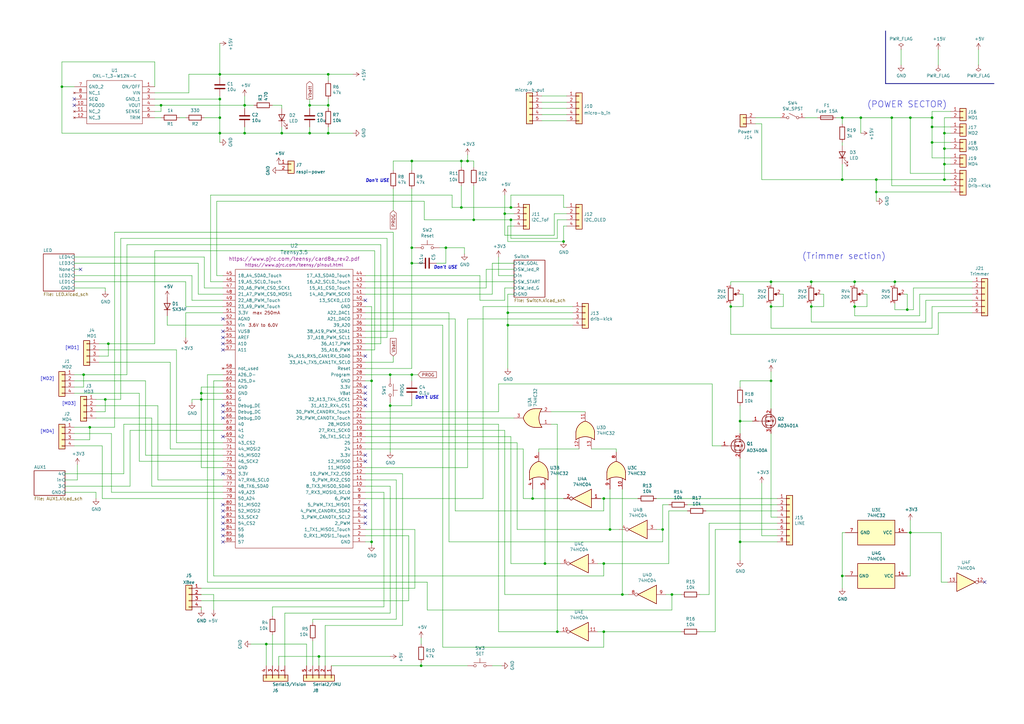
<source format=kicad_sch>
(kicad_sch (version 20211123) (generator eeschema)
  (paper "A3")
  (title_block (title "main board") (date "2022-01-02") (rev "V2.1") (company "Saeki.A"))
  (junction (at 90.17 40.64))
  (junction (at 332.74 125.73))
  (junction (at 43.18 163.83))
  (junction (at 228.6 259.08))
  (junction (at 271.78 217.17))
  (junction (at 372.11 127))
  (junction (at 209.55 90.17))
  (junction (at 359.41 78.74))
  (junction (at 250.19 217.17))
  (junction (at 209.55 85.09))
  (junction (at 387.35 54.61))
  (junction (at 172.72 273.05))
  (junction (at 168.91 107.95))
  (junction (at 82.55 161.29))
  (junction (at 82.55 163.83))
  (junction (at 387.35 67.31))
  (junction (at 168.91 66.04))
  (junction (at 66.04 43.18))
  (junction (at 275.59 243.84))
  (junction (at 247.65 259.08))
  (junction (at 247.65 231.14))
  (junction (at 134.62 54.61))
  (junction (at 299.72 125.73))
  (junction (at 134.62 43.18))
  (junction (at 134.62 30.48))
  (junction (at 152.4 222.25))
  (junction (at 353.06 48.26))
  (junction (at 191.77 66.04))
  (junction (at 303.53 222.25))
  (junction (at 373.38 48.26))
  (junction (at 208.28 133.35))
  (junction (at 332.74 115.57))
  (junction (at 359.41 73.66))
  (junction (at 207.01 87.63))
  (junction (at 115.57 54.61))
  (junction (at 208.28 128.27))
  (junction (at 100.33 54.61))
  (junction (at 255.27 243.84))
  (junction (at 218.44 204.47))
  (junction (at 345.44 236.22))
  (junction (at 373.38 218.44))
  (junction (at 303.53 172.72))
  (junction (at 365.76 48.26))
  (junction (at 316.23 115.57))
  (junction (at 130.81 269.24))
  (junction (at 247.65 204.47))
  (junction (at 231.14 99.06))
  (junction (at 168.91 153.67))
  (junction (at 223.52 231.14))
  (junction (at 387.35 60.96))
  (junction (at 316.23 156.21))
  (junction (at 160.02 153.67))
  (junction (at 34.29 153.67))
  (junction (at 382.27 52.07))
  (junction (at 109.22 264.16))
  (junction (at 44.45 140.97))
  (junction (at 168.91 101.6))
  (junction (at 100.33 43.18))
  (junction (at 367.03 115.57))
  (junction (at 189.23 66.04))
  (junction (at 90.17 30.48))
  (junction (at 350.52 115.57))
  (junction (at 189.23 85.09))
  (junction (at 194.31 90.17))
  (junction (at 152.4 156.21))
  (junction (at 382.27 58.42))
  (junction (at 387.35 73.66))
  (junction (at 127 54.61))
  (junction (at 160.02 166.37))
  (junction (at 90.17 54.61))
  (junction (at 316.23 125.73))
  (junction (at 345.44 73.66))
  (junction (at 382.27 48.26))
  (junction (at 25.4 35.56))
  (junction (at 350.52 125.73))
  (junction (at 345.44 48.26))
  (junction (at 90.17 48.26))
  (junction (at 36.83 175.26))
  (junction (at 182.88 101.6))
  (junction (at 127 43.18))
  (no_connect (at 30.48 40.64))
  (no_connect (at 149.86 158.75))
  (no_connect (at 91.44 212.09))
  (no_connect (at 91.44 166.37))
  (no_connect (at 91.44 140.97))
  (no_connect (at 91.44 209.55))
  (no_connect (at 403.86 238.76))
  (no_connect (at 149.86 207.01))
  (no_connect (at 149.86 163.83))
  (no_connect (at 91.44 171.45))
  (no_connect (at 91.44 214.63))
  (no_connect (at 149.86 123.19))
  (no_connect (at 91.44 222.25))
  (no_connect (at 149.86 166.37))
  (no_connect (at 91.44 207.01))
  (no_connect (at 91.44 138.43))
  (no_connect (at 91.44 130.81))
  (no_connect (at 149.86 161.29))
  (no_connect (at 149.86 146.05))
  (no_connect (at 33.02 110.49))
  (no_connect (at 149.86 186.69))
  (no_connect (at 91.44 217.17))
  (no_connect (at 149.86 189.23))
  (no_connect (at 91.44 168.91))
  (no_connect (at 91.44 135.89))
  (no_connect (at 149.86 212.09))
  (no_connect (at 149.86 214.63))
  (no_connect (at 91.44 179.07))
  (no_connect (at 91.44 194.31))
  (no_connect (at 91.44 143.51))
  (no_connect (at 91.44 219.71))
  (no_connect (at 30.48 43.18))
  (no_connect (at 149.86 209.55))
  (wire (pts (xy 254 217.17) (xy 250.19 217.17)))
  (wire (pts (xy 189.23 68.58) (xy 189.23 66.04)))
  (wire (pts (xy 25.4 35.56) (xy 25.4 54.61)))
  (wire (pts (xy 209.55 97.79) (xy 228.6 97.79)))
  (wire (pts (xy 149.86 115.57) (xy 210.82 115.57)))
  (wire (pts (xy 88.9 113.03) (xy 91.44 113.03)))
  (wire (pts (xy 30.48 115.57) (xy 76.2 115.57)))
  (wire (pts (xy 312.42 198.12) (xy 312.42 219.71)))
  (wire (pts (xy 398.78 118.11) (xy 374.65 118.11)))
  (wire (pts (xy 63.5 48.26) (xy 66.04 48.26)))
  (wire (pts (xy 43.18 163.83) (xy 49.53 163.83)))
  (wire (pts (xy 228.6 259.08) (xy 229.87 259.08)))
  (wire (pts (xy 242.57 184.15) (xy 252.73 184.15)))
  (wire (pts (xy 387.35 60.96) (xy 387.35 67.31)))
  (wire (pts (xy 172.72 271.78) (xy 172.72 273.05)))
  (wire (pts (xy 185.42 80.01) (xy 185.42 85.09)))
  (wire (pts (xy 355.6 120.65) (xy 355.6 125.73)))
  (wire (pts (xy 274.32 209.55) (xy 281.94 209.55)))
  (wire (pts (xy 81.28 107.95) (xy 81.28 120.65)))
  (wire (pts (xy 227.33 87.63) (xy 232.41 87.63)))
  (wire (pts (xy 161.29 95.25) (xy 161.29 135.89)))
  (wire (pts (xy 189.23 66.04) (xy 191.77 66.04)))
  (wire (pts (xy 82.55 163.83) (xy 78.74 163.83)))
  (wire (pts (xy 220.98 184.15) (xy 220.98 185.42)))
  (wire (pts (xy 309.88 50.8) (xy 312.42 50.8)))
  (wire (pts (xy 274.32 209.55) (xy 274.32 231.14)))
  (wire (pts (xy 207.01 118.11) (xy 210.82 118.11)))
  (wire (pts (xy 109.22 273.05) (xy 109.22 264.16)))
  (wire (pts (xy 134.62 30.48) (xy 144.78 30.48)))
  (wire (pts (xy 209.55 231.14) (xy 223.52 231.14)))
  (wire (pts (xy 149.86 181.61) (xy 212.09 181.61)))
  (wire (pts (xy 170.18 217.17) (xy 170.18 241.3)))
  (wire (pts (xy 40.64 140.97) (xy 44.45 140.97)))
  (wire (pts (xy 372.11 218.44) (xy 373.38 218.44)))
  (wire (pts (xy 53.34 176.53) (xy 53.34 199.39)))
  (wire (pts (xy 149.86 179.07) (xy 209.55 179.07)))
  (wire (pts (xy 321.31 120.65) (xy 321.31 125.73)))
  (wire (pts (xy 57.15 189.23) (xy 91.44 189.23)))
  (wire (pts (xy 345.44 73.66) (xy 359.41 73.66)))
  (wire (pts (xy 208.28 128.27) (xy 234.95 128.27)))
  (wire (pts (xy 78.74 163.83) (xy 78.74 165.1)))
  (wire (pts (xy 87.63 243.84) (xy 87.63 250.19)))
  (wire (pts (xy 160.02 251.46) (xy 160.02 199.39)))
  (wire (pts (xy 292.1 182.88) (xy 292.1 157.48)))
  (wire (pts (xy 196.85 113.03) (xy 196.85 123.19)))
  (wire (pts (xy 43.18 163.83) (xy 43.18 168.91)))
  (wire (pts (xy 198.12 204.47) (xy 198.12 125.73)))
  (wire (pts (xy 30.48 156.21) (xy 59.69 156.21)))
  (wire (pts (xy 172.72 273.05) (xy 191.77 273.05)))
  (wire (pts (xy 182.88 107.95) (xy 182.88 101.6)))
  (wire (pts (xy 207.01 123.19) (xy 207.01 118.11)))
  (wire (pts (xy 377.19 120.65) (xy 377.19 129.54)))
  (wire (pts (xy 149.86 168.91) (xy 204.47 168.91)))
  (wire (pts (xy 168.91 166.37) (xy 160.02 166.37)))
  (wire (pts (xy 212.09 181.61) (xy 212.09 217.17)))
  (wire (pts (xy 165.1 256.54) (xy 165.1 194.31)))
  (wire (pts (xy 160.02 153.67) (xy 168.91 153.67)))
  (wire (pts (xy 184.15 222.25) (xy 271.78 222.25)))
  (wire (pts (xy 346.71 236.22) (xy 345.44 236.22)))
  (wire (pts (xy 382.27 125.73) (xy 382.27 134.62)))
  (wire (pts (xy 86.36 115.57) (xy 91.44 115.57)))
  (wire (pts (xy 304.8 125.73) (xy 299.72 125.73)))
  (wire (pts (xy 82.55 191.77) (xy 91.44 191.77)))
  (wire (pts (xy 207.01 96.52) (xy 227.33 96.52)))
  (wire (pts (xy 350.52 129.54) (xy 350.52 125.73)))
  (wire (pts (xy 91.44 128.27) (xy 76.2 128.27)))
  (wire (pts (xy 382.27 52.07) (xy 382.27 58.42)))
  (wire (pts (xy 373.38 48.26) (xy 382.27 48.26)))
  (wire (pts (xy 168.91 153.67) (xy 168.91 156.21)))
  (wire (pts (xy 49.53 97.79) (xy 158.75 97.79)))
  (wire (pts (xy 26.67 196.85) (xy 31.75 196.85)))
  (wire (pts (xy 152.4 156.21) (xy 152.4 125.73)))
  (wire (pts (xy 365.76 48.26) (xy 373.38 48.26)))
  (wire (pts (xy 345.44 58.42) (xy 345.44 59.69)))
  (wire (pts (xy 149.86 118.11) (xy 199.39 118.11)))
  (wire (pts (xy 30.48 107.95) (xy 81.28 107.95)))
  (wire (pts (xy 345.44 236.22) (xy 345.44 241.3)))
  (wire (pts (xy 204.47 113.03) (xy 204.47 105.41)))
  (wire (pts (xy 182.88 101.6) (xy 190.5 101.6)))
  (wire (pts (xy 386.08 238.76) (xy 388.62 238.76)))
  (wire (pts (xy 250.19 200.66) (xy 250.19 217.17)))
  (wire (pts (xy 204.47 157.48) (xy 292.1 157.48)))
  (wire (pts (xy 312.42 50.8) (xy 312.42 73.66)))
  (wire (pts (xy 210.82 120.65) (xy 208.28 120.65)))
  (wire (pts (xy 387.35 73.66) (xy 389.89 73.66)))
  (wire (pts (xy 134.62 52.07) (xy 134.62 54.61)))
  (wire (pts (xy 90.17 48.26) (xy 90.17 54.61)))
  (wire (pts (xy 208.28 128.27) (xy 208.28 133.35)))
  (wire (pts (xy 134.62 30.48) (xy 134.62 33.02)))
  (wire (pts (xy 189.23 85.09) (xy 209.55 85.09)))
  (wire (pts (xy 90.17 54.61) (xy 100.33 54.61)))
  (wire (pts (xy 222.25 46.99) (xy 232.41 46.99)))
  (wire (pts (xy 214.63 184.15) (xy 214.63 204.47)))
  (wire (pts (xy 186.69 209.55) (xy 247.65 209.55)))
  (wire (pts (xy 387.35 67.31) (xy 389.89 67.31)))
  (wire (pts (xy 345.44 48.26) (xy 353.06 48.26)))
  (wire (pts (xy 40.64 146.05) (xy 44.45 146.05)))
  (wire (pts (xy 68.58 129.54) (xy 68.58 133.35)))
  (wire (pts (xy 63.5 102.87) (xy 63.5 140.97)))
  (wire (pts (xy 30.48 113.03) (xy 78.74 113.03)))
  (wire (pts (xy 191.77 63.5) (xy 191.77 66.04)))
  (wire (pts (xy 116.84 273.05) (xy 116.84 251.46)))
  (wire (pts (xy 173.99 90.17) (xy 194.31 90.17)))
  (wire (pts (xy 359.41 78.74) (xy 389.89 78.74)))
  (wire (pts (xy 30.48 175.26) (xy 36.83 175.26)))
  (wire (pts (xy 247.65 265.43) (xy 247.65 259.08)))
  (wire (pts (xy 295.91 182.88) (xy 292.1 182.88)))
  (wire (pts (xy 127 44.45) (xy 127 43.18)))
  (wire (pts (xy 184.15 128.27) (xy 184.15 222.25)))
  (wire (pts (xy 30.48 180.34) (xy 36.83 180.34)))
  (wire (pts (xy 87.63 236.22) (xy 247.65 236.22)))
  (wire (pts (xy 209.55 179.07) (xy 209.55 231.14)))
  (wire (pts (xy 44.45 140.97) (xy 44.45 146.05)))
  (wire (pts (xy 134.62 54.61) (xy 144.78 54.61)))
  (wire (pts (xy 91.44 161.29) (xy 82.55 161.29)))
  (wire (pts (xy 204.47 168.91) (xy 204.47 157.48)))
  (wire (pts (xy 111.76 43.18) (xy 115.57 43.18)))
  (wire (pts (xy 30.48 158.75) (xy 34.29 158.75)))
  (wire (pts (xy 382.27 134.62) (xy 316.23 134.62)))
  (wire (pts (xy 209.55 85.09) (xy 210.82 85.09)))
  (wire (pts (xy 316.23 177.8) (xy 316.23 212.09)))
  (wire (pts (xy 72.39 143.51) (xy 72.39 181.61)))
  (wire (pts (xy 367.03 115.57) (xy 367.03 116.84)))
  (wire (pts (xy 332.74 115.57) (xy 332.74 116.84)))
  (wire (pts (xy 68.58 133.35) (xy 91.44 133.35)))
  (wire (pts (xy 299.72 125.73) (xy 299.72 124.46)))
  (wire (pts (xy 90.17 39.37) (xy 90.17 40.64)))
  (wire (pts (xy 204.47 259.08) (xy 228.6 259.08)))
  (wire (pts (xy 372.11 120.65) (xy 370.84 120.65)))
  (wire (pts (xy 194.31 76.2) (xy 194.31 90.17)))
  (wire (pts (xy 345.44 218.44) (xy 345.44 236.22)))
  (wire (pts (xy 73.66 48.26) (xy 76.2 48.26)))
  (wire (pts (xy 247.65 204.47) (xy 261.62 204.47)))
  (wire (pts (xy 78.74 123.19) (xy 91.44 123.19)))
  (wire (pts (xy 111.76 248.92) (xy 157.48 248.92)))
  (wire (pts (xy 316.23 115.57) (xy 332.74 115.57)))
  (wire (pts (xy 269.24 204.47) (xy 318.77 204.47)))
  (wire (pts (xy 299.72 137.16) (xy 384.81 137.16)))
  (wire (pts (xy 275.59 250.19) (xy 275.59 243.84)))
  (wire (pts (xy 245.11 231.14) (xy 247.65 231.14)))
  (wire (pts (xy 30.48 35.56) (xy 25.4 35.56)))
  (wire (pts (xy 293.37 217.17) (xy 293.37 259.08)))
  (wire (pts (xy 168.91 101.6) (xy 168.91 107.95)))
  (wire (pts (xy 367.03 115.57) (xy 398.78 115.57)))
  (wire (pts (xy 209.55 90.17) (xy 209.55 97.79)))
  (wire (pts (xy 156.21 140.97) (xy 149.86 140.97)))
  (wire (pts (xy 389.89 48.26) (xy 387.35 48.26)))
  (wire (pts (xy 223.52 200.66) (xy 223.52 231.14)))
  (wire (pts (xy 30.48 161.29) (xy 57.15 161.29)))
  (wire (pts (xy 25.4 54.61) (xy 90.17 54.61)))
  (wire (pts (xy 255.27 200.66) (xy 255.27 243.84)))
  (wire (pts (xy 222.25 41.91) (xy 232.41 41.91)))
  (wire (pts (xy 81.28 120.65) (xy 91.44 120.65)))
  (wire (pts (xy 312.42 73.66) (xy 345.44 73.66)))
  (wire (pts (xy 201.93 273.05) (xy 205.74 273.05)))
  (wire (pts (xy 168.91 163.83) (xy 168.91 166.37)))
  (wire (pts (xy 50.8 173.99) (xy 50.8 194.31)))
  (wire (pts (xy 218.44 204.47) (xy 214.63 204.47)))
  (wire (pts (xy 175.26 238.76) (xy 175.26 250.19)))
  (wire (pts (xy 91.44 158.75) (xy 82.55 158.75)))
  (wire (pts (xy 332.74 132.08) (xy 332.74 125.73)))
  (wire (pts (xy 69.85 184.15) (xy 91.44 184.15)))
  (wire (pts (xy 52.07 100.33) (xy 156.21 100.33)))
  (wire (pts (xy 100.33 43.18) (xy 100.33 44.45)))
  (wire (pts (xy 194.31 66.04) (xy 194.31 68.58)))
  (wire (pts (xy 127 54.61) (xy 134.62 54.61)))
  (wire (pts (xy 168.91 69.85) (xy 168.91 66.04)))
  (wire (pts (xy 353.06 48.26) (xy 365.76 48.26)))
  (wire (pts (xy 318.77 214.63) (xy 290.83 214.63)))
  (wire (pts (xy 342.9 48.26) (xy 345.44 48.26)))
  (wire (pts (xy 39.37 163.83) (xy 43.18 163.83)))
  (wire (pts (xy 389.89 58.42) (xy 382.27 58.42)))
  (wire (pts (xy 41.91 204.47) (xy 91.44 204.47)))
  (wire (pts (xy 209.55 80.01) (xy 231.14 80.01)))
  (wire (pts (xy 160.02 153.67) (xy 160.02 154.94)))
  (wire (pts (xy 386.08 218.44) (xy 386.08 238.76)))
  (wire (pts (xy 181.61 133.35) (xy 181.61 265.43)))
  (wire (pts (xy 162.56 254) (xy 162.56 196.85)))
  (wire (pts (xy 88.9 82.55) (xy 88.9 113.03)))
  (wire (pts (xy 30.48 118.11) (xy 43.18 118.11)))
  (wire (pts (xy 382.27 64.77) (xy 382.27 58.42)))
  (wire (pts (xy 303.53 158.75) (xy 303.53 156.21)))
  (wire (pts (xy 90.17 30.48) (xy 134.62 30.48)))
  (wire (pts (xy 365.76 76.2) (xy 389.89 76.2)))
  (bus (pts (xy 363.22 34.29) (xy 407.67 34.29)))
  (wire (pts (xy 59.69 156.21) (xy 59.69 186.69)))
  (wire (pts (xy 86.36 80.01) (xy 185.42 80.01)))
  (wire (pts (xy 91.44 153.67) (xy 85.09 153.67)))
  (wire (pts (xy 350.52 125.73) (xy 350.52 124.46)))
  (wire (pts (xy 43.18 168.91) (xy 39.37 168.91)))
  (wire (pts (xy 384.81 20.32) (xy 384.81 26.67)))
  (wire (pts (xy 76.2 125.73) (xy 91.44 125.73)))
  (wire (pts (xy 82.55 246.38) (xy 167.64 246.38)))
  (wire (pts (xy 234.95 125.73) (xy 198.12 125.73)))
  (wire (pts (xy 231.14 85.09) (xy 232.41 85.09)))
  (wire (pts (xy 153.67 143.51) (xy 149.86 143.51)))
  (wire (pts (xy 290.83 243.84) (xy 287.02 243.84)))
  (wire (pts (xy 355.6 120.65) (xy 354.33 120.65)))
  (wire (pts (xy 318.77 212.09) (xy 316.23 212.09)))
  (wire (pts (xy 91.44 173.99) (xy 50.8 173.99)))
  (wire (pts (xy 134.62 43.18) (xy 134.62 44.45)))
  (wire (pts (xy 115.57 43.18) (xy 115.57 44.45)))
  (wire (pts (xy 160.02 165.1) (xy 160.02 166.37)))
  (wire (pts (xy 30.48 110.49) (xy 33.02 110.49)))
  (wire (pts (xy 207.01 243.84) (xy 255.27 243.84)))
  (wire (pts (xy 50.8 194.31) (xy 26.67 194.31)))
  (wire (pts (xy 63.5 40.64) (xy 90.17 40.64)))
  (wire (pts (xy 152.4 125.73) (xy 149.86 125.73)))
  (wire (pts (xy 39.37 166.37) (xy 64.77 166.37)))
  (wire (pts (xy 332.74 115.57) (xy 350.52 115.57)))
  (wire (pts (xy 384.81 128.27) (xy 384.81 137.16)))
  (wire (pts (xy 130.81 269.24) (xy 130.81 273.05)))
  (wire (pts (xy 168.91 66.04) (xy 189.23 66.04)))
  (wire (pts (xy 87.63 156.21) (xy 87.63 236.22)))
  (wire (pts (xy 149.86 217.17) (xy 170.18 217.17)))
  (wire (pts (xy 127 52.07) (xy 127 54.61)))
  (wire (pts (xy 91.44 156.21) (xy 87.63 156.21)))
  (wire (pts (xy 30.48 153.67) (xy 34.29 153.67)))
  (wire (pts (xy 346.71 218.44) (xy 345.44 218.44)))
  (wire (pts (xy 173.99 90.17) (xy 173.99 82.55)))
  (wire (pts (xy 379.73 132.08) (xy 332.74 132.08)))
  (wire (pts (xy 199.39 110.49) (xy 210.82 110.49)))
  (wire (pts (xy 100.33 54.61) (xy 115.57 54.61)))
  (wire (pts (xy 185.42 85.09) (xy 189.23 85.09)))
  (wire (pts (xy 382.27 52.07) (xy 389.89 52.07)))
  (wire (pts (xy 168.91 153.67) (xy 171.45 153.67)))
  (wire (pts (xy 90.17 17.78) (xy 90.17 30.48)))
  (wire (pts (xy 196.85 123.19) (xy 207.01 123.19)))
  (wire (pts (xy 49.53 163.83) (xy 49.53 97.79)))
  (wire (pts (xy 149.86 204.47) (xy 198.12 204.47)))
  (wire (pts (xy 337.82 120.65) (xy 337.82 125.73)))
  (wire (pts (xy 173.99 82.55) (xy 88.9 82.55)))
  (wire (pts (xy 30.48 182.88) (xy 41.91 182.88)))
  (wire (pts (xy 76.2 115.57) (xy 76.2 125.73)))
  (wire (pts (xy 149.86 173.99) (xy 204.47 173.99)))
  (wire (pts (xy 86.36 80.01) (xy 86.36 115.57)))
  (wire (pts (xy 149.86 120.65) (xy 201.93 120.65)))
  (wire (pts (xy 250.19 217.17) (xy 212.09 217.17)))
  (wire (pts (xy 350.52 115.57) (xy 350.52 116.84)))
  (wire (pts (xy 165.1 194.31) (xy 149.86 194.31)))
  (wire (pts (xy 247.65 231.14) (xy 274.32 231.14)))
  (wire (pts (xy 161.29 69.85) (xy 161.29 66.04)))
  (wire (pts (xy 398.78 125.73) (xy 382.27 125.73)))
  (wire (pts (xy 204.47 173.99) (xy 204.47 259.08)))
  (wire (pts (xy 210.82 92.71) (xy 208.28 92.71)))
  (wire (pts (xy 231.14 99.06) (xy 231.14 92.71)))
  (wire (pts (xy 218.44 200.66) (xy 218.44 204.47)))
  (wire (pts (xy 100.33 39.37) (xy 100.33 43.18)))
  (wire (pts (xy 52.07 153.67) (xy 52.07 100.33)))
  (wire (pts (xy 299.72 115.57) (xy 316.23 115.57)))
  (wire (pts (xy 26.67 201.93) (xy 39.37 201.93)))
  (wire (pts (xy 149.86 156.21) (xy 152.4 156.21)))
  (wire (pts (xy 398.78 128.27) (xy 384.81 128.27)))
  (wire (pts (xy 316.23 152.4) (xy 316.23 156.21)))
  (wire (pts (xy 82.55 158.75) (xy 82.55 161.29)))
  (wire (pts (xy 279.4 259.08) (xy 247.65 259.08)))
  (wire (pts (xy 209.55 90.17) (xy 210.82 90.17)))
  (wire (pts (xy 69.85 148.59) (xy 69.85 184.15)))
  (wire (pts (xy 316.23 125.73) (xy 316.23 124.46)))
  (wire (pts (xy 115.57 52.07) (xy 115.57 54.61)))
  (wire (pts (xy 77.47 30.48) (xy 90.17 30.48)))
  (wire (pts (xy 149.86 148.59) (xy 161.29 148.59)))
  (wire (pts (xy 45.72 201.93) (xy 91.44 201.93)))
  (wire (pts (xy 373.38 218.44) (xy 386.08 218.44)))
  (wire (pts (xy 269.24 217.17) (xy 271.78 217.17)))
  (wire (pts (xy 318.77 217.17) (xy 293.37 217.17)))
  (wire (pts (xy 226.06 168.91) (xy 240.03 168.91)))
  (wire (pts (xy 66.04 43.18) (xy 100.33 43.18)))
  (wire (pts (xy 271.78 217.17) (xy 271.78 207.01)))
  (wire (pts (xy 31.75 196.85) (xy 31.75 190.5)))
  (wire (pts (xy 373.38 71.12) (xy 389.89 71.12)))
  (wire (pts (xy 128.27 273.05) (xy 128.27 262.89)))
  (wire (pts (xy 63.5 45.72) (xy 66.04 45.72)))
  (wire (pts (xy 337.82 120.65) (xy 336.55 120.65)))
  (wire (pts (xy 316.23 115.57) (xy 316.23 116.84)))
  (wire (pts (xy 281.94 207.01) (xy 318.77 207.01)))
  (wire (pts (xy 168.91 107.95) (xy 168.91 151.13)))
  (wire (pts (xy 246.38 204.47) (xy 247.65 204.47)))
  (wire (pts (xy 372.11 127) (xy 367.03 127)))
  (wire (pts (xy 63.5 43.18) (xy 66.04 43.18)))
  (wire (pts (xy 167.64 219.71) (xy 149.86 219.71)))
  (wire (pts (xy 227.33 87.63) (xy 227.33 96.52)))
  (wire (pts (xy 374.65 118.11) (xy 374.65 127)))
  (wire (pts (xy 279.4 243.84) (xy 275.59 243.84)))
  (wire (pts (xy 83.82 105.41) (xy 83.82 118.11)))
  (wire (pts (xy 168.91 101.6) (xy 170.18 101.6)))
  (wire (pts (xy 293.37 259.08) (xy 287.02 259.08)))
  (wire (pts (xy 201.93 120.65) (xy 201.93 107.95)))
  (wire (pts (xy 149.86 184.15) (xy 214.63 184.15)))
  (wire (pts (xy 36.83 175.26) (xy 46.99 175.26)))
  (wire (pts (xy 158.75 138.43) (xy 149.86 138.43)))
  (wire (pts (xy 62.23 171.45) (xy 62.23 199.39)))
  (wire (pts (xy 46.99 175.26) (xy 46.99 95.25)))
  (wire (pts (xy 149.86 133.35) (xy 181.61 133.35)))
  (wire (pts (xy 359.41 73.66) (xy 387.35 73.66)))
  (wire (pts (xy 222.25 39.37) (xy 232.41 39.37)))
  (wire (pts (xy 304.8 120.65) (xy 304.8 125.73)))
  (wire (pts (xy 207.01 80.01) (xy 207.01 87.63)))
  (wire (pts (xy 161.29 148.59) (xy 161.29 146.05)))
  (wire (pts (xy 304.8 120.65) (xy 303.53 120.65)))
  (wire (pts (xy 387.35 67.31) (xy 387.35 73.66)))
  (wire (pts (xy 316.23 156.21) (xy 316.23 167.64)))
  (wire (pts (xy 231.14 204.47) (xy 218.44 204.47)))
  (wire (pts (xy 152.4 222.25) (xy 152.4 223.52)))
  (wire (pts (xy 40.64 143.51) (xy 72.39 143.51)))
  (wire (pts (xy 398.78 123.19) (xy 379.73 123.19)))
  (wire (pts (xy 85.09 238.76) (xy 175.26 238.76)))
  (wire (pts (xy 303.53 187.96) (xy 303.53 222.25)))
  (wire (pts (xy 171.45 107.95) (xy 168.91 107.95)))
  (wire (pts (xy 149.86 128.27) (xy 184.15 128.27)))
  (wire (pts (xy 91.44 163.83) (xy 82.55 163.83)))
  (wire (pts (xy 34.29 158.75) (xy 34.29 153.67)))
  (wire (pts (xy 374.65 127) (xy 372.11 127)))
  (wire (pts (xy 158.75 97.79) (xy 158.75 138.43)))
  (wire (pts (xy 115.57 54.61) (xy 127 54.61)))
  (wire (pts (xy 398.78 120.65) (xy 377.19 120.65)))
  (wire (pts (xy 303.53 222.25) (xy 318.77 222.25)))
  (wire (pts (xy 222.25 44.45) (xy 232.41 44.45)))
  (wire (pts (xy 401.32 20.32) (xy 401.32 26.67)))
  (wire (pts (xy 208.28 99.06) (xy 231.14 99.06)))
  (wire (pts (xy 191.77 130.81) (xy 191.77 191.77)))
  (wire (pts (xy 168.91 66.04) (xy 161.29 66.04)))
  (wire (pts (xy 156.21 100.33) (xy 156.21 140.97)))
  (wire (pts (xy 82.55 250.19) (xy 82.55 248.92)))
  (wire (pts (xy 128.27 255.27) (xy 128.27 254)))
  (wire (pts (xy 30.48 177.8) (xy 45.72 177.8)))
  (wire (pts (xy 359.41 82.55) (xy 359.41 78.74)))
  (wire (pts (xy 53.34 199.39) (xy 26.67 199.39)))
  (wire (pts (xy 30.48 105.41) (xy 83.82 105.41)))
  (wire (pts (xy 76.2 128.27) (xy 76.2 138.43)))
  (wire (pts (xy 64.77 166.37) (xy 64.77 196.85)))
  (wire (pts (xy 153.67 102.87) (xy 153.67 143.51)))
  (wire (pts (xy 134.62 40.64) (xy 134.62 43.18)))
  (wire (pts (xy 229.87 231.14) (xy 223.52 231.14)))
  (wire (pts (xy 303.53 222.25) (xy 303.53 229.87)))
  (wire (pts (xy 303.53 156.21) (xy 316.23 156.21)))
  (wire (pts (xy 373.38 218.44) (xy 373.38 236.22)))
  (wire (pts (xy 82.55 163.83) (xy 82.55 191.77)))
  (wire (pts (xy 303.53 172.72) (xy 308.61 172.72)))
  (wire (pts (xy 355.6 125.73) (xy 350.52 125.73)))
  (wire (pts (xy 64.77 196.85) (xy 91.44 196.85)))
  (wire (pts (xy 208.28 120.65) (xy 208.28 128.27)))
  (wire (pts (xy 345.44 48.26) (xy 345.44 50.8)))
  (wire (pts (xy 25.4 25.4) (xy 25.4 35.56)))
  (wire (pts (xy 255.27 243.84) (xy 257.81 243.84)))
  (wire (pts (xy 161.29 77.47) (xy 161.29 86.36)))
  (wire (pts (xy 162.56 196.85) (xy 149.86 196.85)))
  (wire (pts (xy 365.76 76.2) (xy 365.76 48.26)))
  (wire (pts (xy 152.4 222.25) (xy 152.4 156.21)))
  (wire (pts (xy 63.5 102.87) (xy 153.67 102.87)))
  (wire (pts (xy 389.89 45.72) (xy 382.27 45.72)))
  (wire (pts (xy 208.28 92.71) (xy 208.28 99.06)))
  (wire (pts (xy 46.99 95.25) (xy 161.29 95.25)))
  (wire (pts (xy 179.07 107.95) (xy 182.88 107.95)))
  (wire (pts (xy 228.6 173.99) (xy 228.6 259.08)))
  (wire (pts (xy 39.37 201.93) (xy 39.37 204.47)))
  (wire (pts (xy 45.72 177.8) (xy 45.72 201.93)))
  (wire (pts (xy 222.25 49.53) (xy 232.41 49.53)))
  (wire (pts (xy 379.73 123.19) (xy 379.73 132.08)))
  (wire (pts (xy 100.33 52.07) (xy 100.33 54.61)))
  (wire (pts (xy 309.88 48.26) (xy 320.04 48.26)))
  (wire (pts (xy 172.72 261.62) (xy 172.72 264.16)))
  (wire (pts (xy 303.53 166.37) (xy 303.53 172.72)))
  (bus (pts (xy 363.22 12.7) (xy 363.22 34.29)))
  (wire (pts (xy 90.17 54.61) (xy 90.17 58.42)))
  (wire (pts (xy 209.55 85.09) (xy 209.55 80.01)))
  (wire (pts (xy 85.09 153.67) (xy 85.09 238.76)))
  (wire (pts (xy 149.86 113.03) (xy 196.85 113.03)))
  (wire (pts (xy 201.93 107.95) (xy 210.82 107.95)))
  (wire (pts (xy 157.48 201.93) (xy 149.86 201.93)))
  (wire (pts (xy 34.29 153.67) (xy 52.07 153.67)))
  (wire (pts (xy 127 43.18) (xy 134.62 43.18)))
  (wire (pts (xy 66.04 45.72) (xy 66.04 43.18)))
  (wire (pts (xy 382.27 48.26) (xy 382.27 52.07)))
  (wire (pts (xy 125.73 273.05) (xy 125.73 264.16)))
  (wire (pts (xy 387.35 54.61) (xy 389.89 54.61)))
  (wire (pts (xy 130.81 269.24) (xy 114.3 269.24)))
  (wire (pts (xy 39.37 171.45) (xy 62.23 171.45)))
  (wire (pts (xy 62.23 199.39) (xy 91.44 199.39)))
  (wire (pts (xy 207.01 176.53) (xy 207.01 243.84)))
  (wire (pts (xy 114.3 269.24) (xy 114.3 273.05)))
  (wire (pts (xy 109.22 264.16) (xy 102.87 264.16)))
  (wire (pts (xy 175.26 250.19) (xy 275.59 250.19)))
  (wire (pts (xy 160.02 199.39) (xy 149.86 199.39)))
  (wire (pts (xy 40.64 148.59) (xy 69.85 148.59)))
  (wire (pts (xy 210.82 113.03) (xy 204.47 113.03)))
  (wire (pts (xy 125.73 264.16) (xy 109.22 264.16)))
  (wire (pts (xy 289.56 209.55) (xy 318.77 209.55)))
  (wire (pts (xy 135.89 273.05) (xy 172.72 273.05)))
  (wire (pts (xy 57.15 161.29) (xy 57.15 189.23)))
  (wire (pts (xy 252.73 184.15) (xy 252.73 185.42)))
  (wire (pts (xy 226.06 173.99) (xy 228.6 173.99)))
  (wire (pts (xy 189.23 76.2) (xy 189.23 85.09)))
  (wire (pts (xy 82.55 161.29) (xy 82.55 163.83)))
  (wire (pts (xy 330.2 48.26) (xy 335.28 48.26)))
  (wire (pts (xy 83.82 118.11) (xy 91.44 118.11)))
  (wire (pts (xy 247.65 259.08) (xy 245.11 259.08)))
  (wire (pts (xy 111.76 260.35) (xy 111.76 273.05)))
  (wire (pts (xy 116.84 251.46) (xy 160.02 251.46)))
  (wire (pts (xy 180.34 101.6) (xy 182.88 101.6)))
  (wire (pts (xy 271.78 207.01) (xy 274.32 207.01)))
  (wire (pts (xy 382.27 45.72) (xy 382.27 48.26)))
  (wire (pts (xy 43.18 118.11) (xy 43.18 119.38)))
  (wire (pts (xy 275.59 243.84) (xy 273.05 243.84)))
  (wire (pts (xy 377.19 129.54) (xy 350.52 129.54)))
  (wire (pts (xy 111.76 248.92) (xy 111.76 252.73)))
  (wire (pts (xy 290.83 214.63) (xy 290.83 243.84)))
  (wire (pts (xy 369.57 20.32) (xy 369.57 26.67)))
  (wire (pts (xy 207.01 87.63) (xy 207.01 96.52)))
  (wire (pts (xy 59.69 186.69) (xy 91.44 186.69)))
  (wire (pts (xy 82.55 243.84) (xy 87.63 243.84)))
  (wire (pts (xy 299.72 137.16) (xy 299.72 125.73)))
  (wire (pts (xy 149.86 171.45) (xy 210.82 171.45)))
  (wire (pts (xy 373.38 48.26) (xy 373.38 71.12)))
  (wire (pts (xy 387.35 48.26) (xy 387.35 54.61)))
  (wire (pts (xy 186.69 130.81) (xy 186.69 209.55)))
  (wire (pts (xy 321.31 120.65) (xy 320.04 120.65)))
  (wire (pts (xy 228.6 90.17) (xy 232.41 90.17)))
  (wire (pts (xy 83.82 48.26) (xy 90.17 48.26)))
  (wire (pts (xy 194.31 90.17) (xy 209.55 90.17)))
  (wire (pts (xy 299.72 115.57) (xy 299.72 116.84)))
  (wire (pts (xy 332.74 125.73) (xy 332.74 124.46)))
  (wire (pts (xy 149.86 153.67) (xy 160.02 153.67)))
  (wire (pts (xy 63.5 35.56) (xy 63.5 25.4)))
  (wire (pts (xy 63.5 25.4) (xy 25.4 25.4)))
  (wire (pts (xy 127 40.64) (xy 127 43.18)))
  (wire (pts (xy 72.39 181.61) (xy 91.44 181.61)))
  (wire (pts (xy 345.44 67.31) (xy 345.44 73.66)))
  (wire (pts (xy 130.81 269.24) (xy 160.02 269.24)))
  (wire (pts (xy 191.77 66.04) (xy 194.31 66.04)))
  (wire (pts (xy 373.38 218.44) (xy 373.38 213.36)))
  (wire (pts (xy 128.27 254) (xy 162.56 254)))
  (wire (pts (xy 190.5 101.6) (xy 190.5 104.14)))
  (wire (pts (xy 247.65 209.55) (xy 247.65 204.47)))
  (wire (pts (xy 207.01 87.63) (xy 210.82 87.63)))
  (wire (pts (xy 372.11 120.65) (xy 372.11 127)))
  (wire (pts (xy 208.28 133.35) (xy 208.28 151.13)))
  (wire (pts (xy 350.52 115.57) (xy 367.03 115.57)))
  (wire (pts (xy 231.14 80.01) (xy 231.14 85.09)))
  (wire (pts (xy 208.28 133.35) (xy 234.95 133.35)))
  (wire (pts (xy 160.02 166.37) (xy 160.02 185.42)))
  (wire (pts (xy 373.38 236.22) (xy 372.11 236.22)))
  (wire (pts (xy 63.5 38.1) (xy 77.47 38.1)))
  (wire (pts (xy 303.53 172.72) (xy 303.53 177.8)))
  (wire (pts (xy 149.86 176.53) (xy 207.01 176.53)))
  (wire (pts (xy 337.82 125.73) (xy 332.74 125.73)))
  (wire (pts (xy 149.86 222.25) (xy 152.4 222.25)))
  (wire (pts (xy 36.83 180.34) (xy 36.83 175.26)))
  (wire (pts (xy 353.06 48.26) (xy 353.06 54.61)))
  (wire (pts (xy 167.64 219.71) (xy 167.64 246.38)))
  (wire (pts (xy 133.35 256.54) (xy 165.1 256.54)))
  (wire (pts (xy 312.42 219.71) (xy 318.77 219.71)))
  (wire (pts (xy 359.41 78.74) (xy 359.41 73.66)))
  (wire (pts (xy 168.91 151.13) (xy 149.86 151.13)))
  (wire (pts (xy 228.6 90.17) (xy 228.6 97.79)))
  (wire (pts (xy 41.91 182.88) (xy 41.91 204.47)))
  (wire (pts (xy 133.35 256.54) (xy 133.35 273.05)))
  (wire (pts (xy 82.55 241.3) (xy 170.18 241.3)))
  (wire (pts (xy 387.35 54.61) (xy 387.35 60.96)))
  (wire (pts (xy 91.44 176.53) (xy 53.34 176.53)))
  (wire (pts (xy 387.35 60.96) (xy 389.89 60.96)))
  (wire (pts (xy 161.29 135.89) (xy 149.86 135.89)))
  (wire (pts (xy 237.49 184.15) (xy 220.98 184.15)))
  (wire (pts (xy 231.14 92.71) (xy 232.41 92.71)))
  (wire (pts (xy 90.17 40.64) (xy 90.17 48.26)))
  (wire (pts (xy 316.23 134.62) (xy 316.23 125.73)))
  (wire (pts (xy 247.65 236.22) (xy 247.65 231.14)))
  (wire (pts (xy 100.33 43.18) (xy 104.14 43.18)))
  (wire (pts (xy 157.48 248.92) (xy 157.48 201.93)))
  (wire (pts (xy 63.5 140.97) (xy 44.45 140.97)))
  (wire (pts (xy 199.39 118.11) (xy 199.39 110.49)))
  (wire (pts (xy 321.31 125.73) (xy 316.23 125.73)))
  (wire (pts (xy 389.89 64.77) (xy 382.27 64.77)))
  (wire (pts (xy 271.78 222.25) (xy 271.78 217.17)))
  (wire (pts (xy 234.95 130.81) (xy 191.77 130.81)))
  (wire (pts (xy 149.86 130.81) (xy 186.69 130.81)))
  (wire (pts (xy 90.17 31.75) (xy 90.17 30.48)))
  (wire (pts (xy 77.47 30.48) (xy 77.47 38.1)))
  (wire (pts (xy 181.61 265.43) (xy 247.65 265.43)))
  (wire (pts (xy 367.03 127) (xy 367.03 124.46)))
  (wire (pts (xy 168.91 77.47) (xy 168.91 101.6)))
  (wire (pts (xy 78.74 113.03) (xy 78.74 123.19)))
  (wire (pts (xy 191.77 191.77) (xy 149.86 191.77)))
  (text "(POWER SECTOR)" (at 355.6 44.45 0) (effects (font (size 2.54 2.54)) (justify left bottom)))
  (text "(Trimmer section)" (at 328.93 106.68 0) (effects (font (size 2.54 2.54)) (justify left bottom)))
  (text "Don't USE" (at 170.18 163.83 0) (effects (font (size 1.27 1.27) (thickness 0.254) bold italic) (justify left bottom)))
  (text "[MD3]" (at 25.4 166.37 0) (effects (font (size 1.27 1.27)) (justify left bottom)))
  (text "[MD2]" (at 16.51 156.21 0) (effects (font (size 1.27 1.27)) (justify left bottom)))
  (text "Don't USE" (at 177.8 110.49 0) (effects (font (size 1.27 1.27) (thickness 0.254) bold italic) (justify left bottom)))
  (text "[MD1]" (at 26.67 143.51 0) (effects (font (size 1.27 1.27)) (justify left bottom)))
  (text "Don't USE" (at 149.86 74.93 0) (effects (font (size 1.27 1.27) (thickness 0.254) bold italic) (justify left bottom)))
  (text "[MD4]" (at 16.51 177.8 0) (effects (font (size 1.27 1.27)) (justify left bottom)))
  (global_label "Vbatt" (shape input) (at 161.29 146.05 90) (property "Intersheet References" "${INTERSHEET_REFS}" (effects hide)))
  (global_label "PROG" (shape input) (at 161.29 86.36 270) (property "Intersheet References" "${INTERSHEET_REFS}" (effects hide)))
  (global_label "PROG" (shape input) (at 171.45 153.67 0) (property "Intersheet References" "${INTERSHEET_REFS}" (effects hide)))
  (global_label "Vbatt" (shape output) (at 127 40.64 90) (property "Intersheet References" "${INTERSHEET_REFS}" (effects hide)))
  (symbol (lib_id "0.main.mega:C") (at 90.17 35.56 0) (unit 1)
    (property "Reference" "C1" (at 93.091 34.3916 0) (effects (justify left)))
    (property "Value" "10u" (at 93.091 36.703 0) (effects (justify left)))
    (property "Footprint" "Capacitor_SMD:C_0603_1608Metric_Pad1.08x0.95mm_HandSolder" (effects hide))
  )
  (symbol (lib_id "0.main.mega:C") (at 100.33 48.26 0) (unit 1)
    (property "Reference" "C2" (at 103.251 47.0916 0) (effects (justify left)))
    (property "Value" "10u" (at 103.251 49.403 0) (effects (justify left)))
    (property "Footprint" "Capacitor_SMD:C_0603_1608Metric_Pad1.08x0.95mm_HandSolder" (effects hide))
  )
  (symbol (lib_id "0.main.mega:OKL-T_6-W12N-C") (at 63.5 35.56 0) (mirror y) (unit 1)
    (property "Reference" "U1" (at 46.99 28.829 0))
    (property "Value" "OKL-T_3-W12N-C" (at 46.99 31.1404 0))
    (property "Footprint" "0.main.robot:OKL-T3-W12N-C" (effects hide))
    (property "Description" "MURATA POWER SOLUTIONS - OKL-T/6-W12N-C - DC/DC CONVERTER, 30W, ADJ OUTPUT" (effects hide))
    (property "Manufacturer_Name" "Murata Electronics" (effects hide))
    (property "Manufacturer_Part_Number" "OKL-T/6-W12N-C" (effects hide))
    (property "Mouser Part Number" "580-OKL-T/6-W12N-C" (effects hide))
    (property "Mouser Price/Stock" "https://www.mouser.com/Search/Refine.aspx?Keyword=580-OKL-T%2F6-W12N-C" (effects hide))
    (property "RS Part Number" "1736944P" (effects hide))
    (property "RS Price/Stock" "http://uk.rs-online.com/web/p/products/1736944P" (effects hide))
  )
  (symbol (lib_id "power:+5V") (at 316.23 152.4 0) (unit 1)
    (property "Reference" "#PWR030" (effects hide))
    (property "Value" "+5V" (at 316.611 148.0058 0))
  )
  (symbol (lib_id "power:GND") (at 303.53 229.87 0) (unit 1)
    (property "Reference" "#PWR028" (effects hide))
    (property "Value" "GND" (at 303.657 234.2642 0))
  )
  (symbol (lib_id "0.main.mega:Conn_01x04") (at 215.9 87.63 0) (unit 1)
    (property "Reference" "J11" (at 217.932 87.8332 0) (effects (justify left)))
    (property "Value" "I2C_ToF" (at 217.932 90.1446 0) (effects (justify left)))
    (property "Footprint" "0.main.robot:JSTS4B-ZRLFSN" (effects hide))
  )
  (symbol (lib_id "0.main.mega:R") (at 189.23 72.39 0) (unit 1)
    (property "Reference" "R11" (at 184.15 71.12 0) (effects (justify left)))
    (property "Value" "10k" (at 184.15 73.66 0) (effects (justify left)))
    (property "Footprint" "Resistor_SMD:R_0603_1608Metric_Pad0.98x0.95mm_HandSolder" (effects hide))
  )
  (symbol (lib_id "0.main.mega:R") (at 194.31 72.39 0) (unit 1)
    (property "Reference" "R12" (at 196.088 71.2216 0) (effects (justify left)))
    (property "Value" "10k" (at 196.088 73.533 0) (effects (justify left)))
    (property "Footprint" "Resistor_SMD:R_0603_1608Metric_Pad0.98x0.95mm_HandSolder" (effects hide))
  )
  (symbol (lib_id "power:GND") (at 102.87 264.16 270) (unit 1)
    (property "Reference" "#PWR012" (effects hide))
    (property "Value" "GND" (at 98.4758 264.287 0))
  )
  (symbol (lib_id "power:GND") (at 345.44 241.3 0) (unit 1)
    (property "Reference" "#PWR031" (effects hide))
    (property "Value" "GND" (at 345.567 245.6942 0))
  )
  (symbol (lib_id "Diode:1N4001") (at 68.58 125.73 90) (unit 1)
    (property "Reference" "D1" (at 70.5866 124.5616 90) (effects (justify right)))
    (property "Value" "SX34F" (at 70.5866 126.873 90) (effects (justify right)))
    (property "Footprint" "Diode_SMD:D_SMA" (effects hide))
    (property "Datasheet" "http://www.vishay.com/docs/88503/1n4001.pdf" (effects hide))
  )
  (symbol (lib_id "power:+5V") (at 68.58 121.92 0) (unit 1)
    (property "Reference" "#PWR04" (effects hide))
    (property "Value" "+5V" (at 68.961 117.5258 0))
  )
  (symbol (lib_id "0.main.mega:R") (at 69.85 48.26 270) (unit 1)
    (property "Reference" "R1" (at 69.85 50.8 90))
    (property "Value" "1k" (at 69.85 45.3136 90))
    (property "Footprint" "Resistor_THT:R_Axial_DIN0204_L3.6mm_D1.6mm_P5.08mm_Horizontal" (effects hide))
  )
  (symbol (lib_id "0.main.mega:R") (at 80.01 48.26 270) (unit 1)
    (property "Reference" "R2" (at 80.01 50.8 90))
    (property "Value" "330" (at 80.01 45.3136 90))
    (property "Footprint" "Resistor_THT:R_Axial_DIN0204_L3.6mm_D1.6mm_P5.08mm_Horizontal" (effects hide))
  )
  (symbol (lib_id "0.main.mega:R") (at 107.95 43.18 90) (unit 1)
    (property "Reference" "R3" (at 106.7816 41.402 0) (effects (justify left)))
    (property "Value" "470" (at 109.093 41.402 0) (effects (justify left)))
    (property "Footprint" "Resistor_SMD:R_0603_1608Metric_Pad0.98x0.95mm_HandSolder" (effects hide))
  )
  (symbol (lib_id "power:+5V") (at 100.33 39.37 0) (unit 1)
    (property "Reference" "#PWR011" (effects hide))
    (property "Value" "+5V" (at 100.711 34.9758 0))
  )
  (symbol (lib_id "Connector_Generic:Conn_01x05") (at 130.81 278.13 270) (unit 1)
    (property "Reference" "J8" (at 128.27 283.21 90) (effects (justify left)))
    (property "Value" "Serial2/IMU" (at 128.27 280.67 90) (effects (justify left)))
    (property "Footprint" "Connector_PinSocket_2.54mm:PinSocket_1x05_P2.54mm_Vertical" (effects hide))
  )
  (symbol (lib_id "power:+5V") (at 207.01 80.01 0) (unit 1)
    (property "Reference" "#PWR025" (effects hide))
    (property "Value" "+5V" (at 207.391 75.6158 0))
  )
  (symbol (lib_id "0.main.mega:Conn_01x04") (at 114.3 278.13 270) (unit 1)
    (property "Reference" "J6" (at 111.76 283.21 90) (effects (justify left)))
    (property "Value" "Serial3/Vision" (at 111.76 280.67 90) (effects (justify left)))
    (property "Footprint" "0.main.robot:JSTB4B-ZR" (effects hide))
  )
  (symbol (lib_id "power:+5V") (at 401.32 20.32 0) (unit 1)
    (property "Reference" "#PWR037" (effects hide))
    (property "Value" "+5V" (at 401.701 15.9258 0))
  )
  (symbol (lib_id "power:GND") (at 369.57 26.67 0) (unit 1)
    (property "Reference" "#PWR034" (effects hide))
    (property "Value" "GND" (at 369.697 31.0642 0))
  )
  (symbol (lib_id "power:PWR_FLAG") (at 369.57 20.32 0) (unit 1)
    (property "Reference" "#FLG01" (effects hide))
    (property "Value" "PWR_FLAG" (at 369.57 15.9258 0))
  )
  (symbol (lib_id "power:PWR_FLAG") (at 401.32 26.67 180) (unit 1)
    (property "Reference" "#FLG03" (effects hide))
    (property "Value" "PWR_FLAG" (at 401.32 31.0642 0))
  )
  (symbol (lib_id "74xx:74LS32") (at 218.44 171.45 180) (unit 1)
    (property "Reference" "U3" (at 217.2716 166.878 90) (effects (justify right)))
    (property "Value" "74HC32" (at 219.583 166.878 90) (effects (justify right)))
    (property "Footprint" "0.main.robot:SOP14W" (effects hide))
    (property "Datasheet" "http://www.ti.com/lit/gpn/sn74LS32" (effects hide))
  )
  (symbol (lib_id "74xx:74LS32") (at 220.98 193.04 90) (unit 2)
    (property "Reference" "U3" (at 225.552 191.8716 90) (effects (justify right)))
    (property "Value" "74HC32" (at 225.552 194.183 90) (effects (justify right)))
    (property "Footprint" "0.main.robot:SOP14W" (effects hide))
    (property "Datasheet" "http://www.ti.com/lit/gpn/sn74LS32" (effects hide))
  )
  (symbol (lib_id "74xx:74LS32") (at 252.73 193.04 90) (unit 3)
    (property "Reference" "U3" (at 257.302 191.8716 90) (effects (justify right)))
    (property "Value" "74HC32" (at 257.302 194.183 90) (effects (justify right)))
    (property "Footprint" "0.main.robot:SOP14W" (effects hide))
    (property "Datasheet" "http://www.ti.com/lit/gpn/sn74LS32" (effects hide))
  )
  (symbol (lib_id "0.main.mega:R") (at 134.62 48.26 0) (unit 1)
    (property "Reference" "R7" (at 136.398 47.0916 0) (effects (justify left)))
    (property "Value" "10k" (at 136.398 49.403 0) (effects (justify left)))
    (property "Footprint" "Resistor_SMD:R_0603_1608Metric_Pad0.98x0.95mm_HandSolder" (effects hide))
  )
  (symbol (lib_id "0.main.mega:R") (at 134.62 36.83 0) (unit 1)
    (property "Reference" "R6" (at 136.398 35.6616 0) (effects (justify left)))
    (property "Value" "47k" (at 136.398 37.973 0) (effects (justify left)))
    (property "Footprint" "Resistor_SMD:R_0603_1608Metric_Pad0.98x0.95mm_HandSolder" (effects hide))
  )
  (symbol (lib_id "0.main.mega:C") (at 127 48.26 0) (unit 1)
    (property "Reference" "C3" (at 129.921 47.0916 0) (effects (justify left)))
    (property "Value" "10u" (at 129.921 49.403 0) (effects (justify left)))
    (property "Footprint" "Capacitor_SMD:C_0603_1608Metric_Pad1.08x0.95mm_HandSolder" (effects hide))
  )
  (symbol (lib_id "0.main.mega:Conn_01x04") (at 237.49 87.63 0) (unit 1)
    (property "Reference" "J12" (at 239.522 87.8332 0) (effects (justify left)))
    (property "Value" "I2C_OLED" (at 239.522 90.1446 0) (effects (justify left)))
    (property "Footprint" "0.main.robot:OLED" (effects hide))
  )
  (symbol (lib_id "Switch:SW_Push") (at 175.26 101.6 0) (unit 1)
    (property "Reference" "SW2" (at 175.26 94.361 0))
    (property "Value" "Reset" (at 175.26 96.6724 0))
    (property "Footprint" "0.main.robot:THAU13-AB-R" (effects hide))
  )
  (symbol (lib_id "74xx:74HC04") (at 238.76 204.47 0) (mirror y) (unit 1)
    (property "Reference" "U4" (at 238.76 196.4182 0))
    (property "Value" "74HC04" (at 238.76 198.7296 0))
    (property "Footprint" "0.main.robot:SOP14W" (effects hide))
    (property "Datasheet" "https://assets.nexperia.com/documents/data-sheet/74HC_HCT04.pdf" (effects hide))
  )
  (symbol (lib_id "74xx:74HC04") (at 261.62 217.17 0) (mirror y) (unit 2)
    (property "Reference" "U4" (at 261.62 209.1182 0))
    (property "Value" "74HC04" (at 261.62 211.4296 0))
    (property "Footprint" "0.main.robot:SOP14W" (effects hide))
    (property "Datasheet" "https://assets.nexperia.com/documents/data-sheet/74HC_HCT04.pdf" (effects hide))
  )
  (symbol (lib_id "74xx:74HC04") (at 237.49 231.14 0) (mirror y) (unit 3)
    (property "Reference" "U4" (at 237.49 223.0882 0))
    (property "Value" "74HC04" (at 237.49 225.3996 0))
    (property "Footprint" "0.main.robot:SOP14W" (effects hide))
    (property "Datasheet" "https://assets.nexperia.com/documents/data-sheet/74HC_HCT04.pdf" (effects hide))
  )
  (symbol (lib_id "74xx:74HC04") (at 265.43 243.84 0) (mirror y) (unit 4)
    (property "Reference" "U4" (at 265.43 235.7882 0))
    (property "Value" "74HC04" (at 265.43 238.0996 0))
    (property "Footprint" "0.main.robot:SOP14W" (effects hide))
    (property "Datasheet" "https://assets.nexperia.com/documents/data-sheet/74HC_HCT04.pdf" (effects hide))
  )
  (symbol (lib_id "74xx:74HC04") (at 359.41 236.22 270) (unit 7)
    (property "Reference" "U4" (at 359.41 226.8982 90))
    (property "Value" "74HC04" (at 359.41 229.2096 90))
    (property "Footprint" "0.main.robot:SOP14W" (effects hide))
    (property "Datasheet" "https://assets.nexperia.com/documents/data-sheet/74HC_HCT04.pdf" (effects hide))
  )
  (symbol (lib_id "power:GND") (at 190.5 104.14 0) (unit 1)
    (property "Reference" "#PWR021" (effects hide))
    (property "Value" "GND" (at 190.627 108.5342 0))
  )
  (symbol (lib_id "74xx:74HC04") (at 396.24 238.76 0) (unit 6)
    (property "Reference" "U4" (at 396.24 230.7082 0))
    (property "Value" "74HC04" (at 396.24 233.0196 0))
    (property "Footprint" "0.main.robot:SOP14W" (effects hide))
    (property "Datasheet" "https://assets.nexperia.com/documents/data-sheet/74HC_HCT04.pdf" (effects hide))
  )
  (symbol (lib_id "74xx:74HC04") (at 237.49 259.08 0) (mirror y) (unit 5)
    (property "Reference" "U4" (at 237.49 251.0282 0))
    (property "Value" "74HC04" (at 237.49 253.3396 0))
    (property "Footprint" "0.main.robot:SOP14W" (effects hide))
    (property "Datasheet" "https://assets.nexperia.com/documents/data-sheet/74HC_HCT04.pdf" (effects hide))
  )
  (symbol (lib_id "74xx:74LS32") (at 240.03 176.53 90) (unit 4)
    (property "Reference" "U3" (at 244.602 175.3616 90) (effects (justify right)))
    (property "Value" "74HC32" (at 244.602 177.673 90) (effects (justify right)))
    (property "Footprint" "0.main.robot:SOP14W" (effects hide))
    (property "Datasheet" "http://www.ti.com/lit/gpn/sn74LS32" (effects hide))
  )
  (symbol (lib_id "teensy:Teensy3.5") (at 120.65 167.64 180) (unit 1)
    (property "Reference" "U2" (at 120.65 100.7618 0) (effects (font (size 1.524 1.524))))
    (property "Value" "Teensy3.5" (at 120.65 103.4542 0) (effects (font (size 1.524 1.524))))
    (property "Footprint" "0.main.robot:Teensy35_36_x" (effects hide))
    (property "Datasheet" "https://www.pjrc.com/teensy/card8a_rev2.pdf" (at 120.65 106.1466 0) (effects (font (size 1.524 1.524))))
    (property "Pinouts" "https://www.pjrc.com/teensy/pinout.html" (at 120.65 108.6358 0))
  )
  (symbol (lib_id "Connector_Generic:Conn_01x04") (at 25.4 156.21 0) (mirror y) (unit 1)
    (property "Reference" "J1" (at 27.4828 148.1582 0))
    (property "Value" "MD2" (at 27.4828 150.4696 0))
    (property "Footprint" "0.main.robot:JSTS4B-ZRLFSN" (effects hide))
  )
  (symbol (lib_id "Connector_Generic:Conn_01x04") (at 34.29 166.37 0) (mirror y) (unit 1)
    (property "Reference" "J3" (at 36.3728 158.3182 0))
    (property "Value" "MD3" (at 36.3728 160.6296 0))
    (property "Footprint" "0.main.robot:JSTS4B-ZRLFSN" (effects hide))
  )
  (symbol (lib_id "Connector_Generic:Conn_01x04") (at 35.56 143.51 0) (mirror y) (unit 1)
    (property "Reference" "J4" (at 37.6428 135.4582 0))
    (property "Value" "MD1" (at 37.6428 137.7696 0))
    (property "Footprint" "0.main.robot:JSTS4B-ZRLFSN" (effects hide))
  )
  (symbol (lib_id "Connector_Generic:Conn_01x04") (at 25.4 177.8 0) (mirror y) (unit 1)
    (property "Reference" "J2" (at 27.4828 169.7482 0))
    (property "Value" "MD4" (at 27.4828 172.0596 0))
    (property "Footprint" "0.main.robot:JSTS4B-ZRLFSN" (effects hide))
  )
  (symbol (lib_id "power:+3V3") (at 76.2 138.43 0) (mirror x) (unit 1)
    (property "Reference" "#PWR05" (effects hide))
    (property "Value" "+3V3" (at 76.581 142.8242 0))
  )
  (symbol (lib_id "power:+3V3") (at 373.38 213.36 0) (unit 1)
    (property "Reference" "#PWR035" (effects hide))
    (property "Value" "+3V3" (at 373.761 208.9658 0))
  )
  (symbol (lib_id "power:GND") (at 152.4 223.52 0) (unit 1)
    (property "Reference" "#PWR017" (effects hide))
    (property "Value" "GND" (at 152.527 227.9142 0))
  )
  (symbol (lib_id "power:+3V3") (at 312.42 198.12 0) (unit 1)
    (property "Reference" "#PWR029" (effects hide))
    (property "Value" "+3V3" (at 312.801 193.7258 0))
  )
  (symbol (lib_id "power:+3V3") (at 191.77 63.5 0) (unit 1)
    (property "Reference" "#PWR022" (effects hide))
    (property "Value" "+3V3" (at 192.151 59.1058 0))
  )
  (symbol (lib_id "Device:LED") (at 115.57 48.26 90) (unit 1)
    (property "Reference" "D2" (at 118.5418 47.2694 90) (effects (justify right)))
    (property "Value" "LED" (at 118.5418 49.5808 90) (effects (justify right)))
    (property "Footprint" "0.main.robot:LED_SMLE13WBC8W1" (effects hide))
  )
  (symbol (lib_id "power:+5V") (at 160.02 269.24 270) (unit 1)
    (property "Reference" "#PWR019" (effects hide))
    (property "Value" "+5V" (at 164.4142 269.621 0))
  )
  (symbol (lib_id "74xx:74LS32") (at 359.41 218.44 270) (unit 5)
    (property "Reference" "U3" (at 359.41 209.1182 90))
    (property "Value" "74HC32" (at 359.41 211.4296 90))
    (property "Footprint" "0.main.robot:SOP14W" (effects hide))
    (property "Datasheet" "http://www.ti.com/lit/gpn/sn74LS32" (effects hide))
  )
  (symbol (lib_id "Connector_Generic:Conn_01x08") (at 323.85 212.09 0) (unit 1)
    (property "Reference" "J15" (at 325.882 212.2932 0) (effects (justify left)))
    (property "Value" "LINE" (at 325.882 214.6046 0) (effects (justify left)))
    (property "Footprint" "0.main.robot:JSTS8B-ZRLFSN" (effects hide))
  )
  (symbol (lib_id "power:GND") (at 231.14 99.06 0) (unit 1)
    (property "Reference" "#PWR027" (effects hide))
    (property "Value" "GND" (at 231.267 103.4542 0))
  )
  (symbol (lib_id "power:GND") (at 208.28 151.13 0) (unit 1)
    (property "Reference" "#PWR026" (effects hide))
    (property "Value" "GND" (at 208.407 155.5242 0))
  )
  (symbol (lib_id "power:GND") (at 43.18 119.38 0) (unit 1)
    (property "Reference" "#PWR03" (effects hide))
    (property "Value" "GND" (at 43.307 123.7742 0))
  )
  (symbol (lib_id "power:GND") (at 78.74 165.1 0) (unit 1)
    (property "Reference" "#PWR06" (effects hide))
    (property "Value" "GND" (at 78.867 169.4942 0))
  )
  (symbol (lib_id "power:+15V") (at 384.81 20.32 0) (unit 1)
    (property "Reference" "#PWR036" (effects hide))
    (property "Value" "+15V" (at 385.191 15.9258 0))
  )
  (symbol (lib_id "power:PWR_FLAG") (at 384.81 26.67 180) (unit 1)
    (property "Reference" "#FLG02" (effects hide))
    (property "Value" "PWR_FLAG" (at 384.81 31.0642 0))
  )
  (symbol (lib_id "power:GND") (at 39.37 204.47 0) (unit 1)
    (property "Reference" "#PWR02" (effects hide))
    (property "Value" "GND" (at 39.497 208.8642 0))
  )
  (symbol (lib_id "power:+3V3") (at 204.47 105.41 0) (unit 1)
    (property "Reference" "#PWR023" (effects hide))
    (property "Value" "+3V3" (at 204.851 101.0158 0))
  )
  (symbol (lib_id "Device:R") (at 265.43 204.47 90) (mirror x) (unit 1)
    (property "Reference" "R13" (at 265.43 199.2122 90))
    (property "Value" "10k" (at 265.43 201.5236 90))
    (property "Footprint" "Resistor_SMD:R_0603_1608Metric_Pad0.98x0.95mm_HandSolder" (effects hide))
  )
  (symbol (lib_id "Device:R") (at 278.13 207.01 90) (mirror x) (unit 1)
    (property "Reference" "R14" (at 278.13 201.7522 90))
    (property "Value" "10k" (at 278.13 204.0636 90))
    (property "Footprint" "Resistor_SMD:R_0603_1608Metric_Pad0.98x0.95mm_HandSolder" (effects hide))
  )
  (symbol (lib_id "Device:R") (at 285.75 209.55 90) (mirror x) (unit 1)
    (property "Reference" "R17" (at 285.75 204.2922 90))
    (property "Value" "10k" (at 285.75 206.6036 90))
    (property "Footprint" "Resistor_SMD:R_0603_1608Metric_Pad0.98x0.95mm_HandSolder" (effects hide))
  )
  (symbol (lib_id "Device:R") (at 283.21 243.84 90) (mirror x) (unit 1)
    (property "Reference" "R15" (at 283.21 238.5822 90))
    (property "Value" "10k" (at 283.21 240.8936 90))
    (property "Footprint" "Resistor_SMD:R_0603_1608Metric_Pad0.98x0.95mm_HandSolder" (effects hide))
  )
  (symbol (lib_id "Device:R") (at 283.21 259.08 90) (mirror x) (unit 1)
    (property "Reference" "R16" (at 283.21 253.8222 90))
    (property "Value" "10k" (at 283.21 256.1336 90))
    (property "Footprint" "Resistor_SMD:R_0603_1608Metric_Pad0.98x0.95mm_HandSolder" (effects hide))
  )
  (symbol (lib_id "0.main.mega:R") (at 168.91 73.66 0) (unit 1)
    (property "Reference" "R9" (at 170.688 72.4916 0) (effects (justify left)))
    (property "Value" "47k" (at 170.688 74.803 0) (effects (justify left)))
    (property "Footprint" "Resistor_SMD:R_0603_1608Metric_Pad0.98x0.95mm_HandSolder" (effects hide))
  )
  (symbol (lib_id "Device:R") (at 111.76 256.54 0) (mirror y) (unit 1)
    (property "Reference" "R4" (at 109.982 255.3716 0) (effects (justify left)))
    (property "Value" "10k" (at 109.982 257.683 0) (effects (justify left)))
    (property "Footprint" "Resistor_SMD:R_0603_1608Metric_Pad0.98x0.95mm_HandSolder" (effects hide))
  )
  (symbol (lib_id "Device:R") (at 128.27 259.08 0) (mirror y) (unit 1)
    (property "Reference" "R5" (at 126.492 257.9116 0) (effects (justify left)))
    (property "Value" "10k" (at 126.492 260.223 0) (effects (justify left)))
    (property "Footprint" "Resistor_SMD:R_0603_1608Metric_Pad0.98x0.95mm_HandSolder" (effects hide))
  )
  (symbol (lib_id "Switch:SW_Push") (at 160.02 160.02 270) (unit 1)
    (property "Reference" "SW1" (at 157.48 160.02 0))
    (property "Value" "PROG" (at 164.9476 160.02 0))
    (property "Footprint" "0.main.robot:TVAF06-A020B-R" (effects hide))
  )
  (symbol (lib_id "power:GND") (at 160.02 185.42 0) (unit 1)
    (property "Reference" "#PWR018" (effects hide))
    (property "Value" "GND" (at 160.147 189.8142 0))
  )
  (symbol (lib_id "0.main.mega:R") (at 161.29 73.66 0) (unit 1)
    (property "Reference" "R8" (at 163.068 72.4916 0) (effects (justify left)))
    (property "Value" "47k" (at 163.068 74.803 0) (effects (justify left)))
    (property "Footprint" "Resistor_SMD:R_0603_1608Metric_Pad0.98x0.95mm_HandSolder" (effects hide))
  )
  (symbol (lib_id "0.main.mega:C") (at 175.26 107.95 270) (unit 1)
    (property "Reference" "C5" (at 177.8 104.14 0) (effects (justify left)))
    (property "Value" "0.1u" (at 172.72 104.14 0) (effects (justify left)))
    (property "Footprint" "Capacitor_SMD:C_0603_1608Metric_Pad1.08x0.95mm_HandSolder" (effects hide))
  )
  (symbol (lib_id "0.main.mega:C") (at 168.91 160.02 0) (unit 1)
    (property "Reference" "C4" (at 171.831 158.8516 0) (effects (justify left)))
    (property "Value" "0.1u" (at 171.831 161.163 0) (effects (justify left)))
    (property "Footprint" "Capacitor_SMD:C_0603_1608Metric_Pad1.08x0.95mm_HandSolder" (effects hide))
  )
  (symbol (lib_id "Connector_Generic:Conn_01x06") (at 403.86 120.65 0) (unit 1)
    (property "Reference" "J21" (at 401.7772 110.0582 0))
    (property "Value" "Trimmer" (at 401.7772 112.3696 0))
    (property "Footprint" "0.main.robot:JSTS6B-ZRLFSN" (effects hide))
  )
  (symbol (lib_id "power:+5V") (at 114.3 67.31 0) (unit 1)
    (property "Reference" "#PWR?" (effects hide))
    (property "Value" "+5V" (at 114.681 62.9158 0))
  )
  (symbol (lib_id "power:+3V3") (at 31.75 190.5 0) (unit 1)
    (property "Reference" "#PWR01" (effects hide))
    (property "Value" "+3V3" (at 32.131 186.1058 0))
  )
  (symbol (lib_id "Switch:SW_Push") (at 196.85 273.05 0) (unit 1)
    (property "Reference" "SW3" (at 196.85 265.811 0))
    (property "Value" "SET" (at 196.85 268.1224 0))
    (property "Footprint" "Button_Switch_THT:SW_PUSH_6mm" (effects hide))
  )
  (symbol (lib_id "Device:R_POT") (at 316.23 120.65 0) (unit 1)
    (property "Reference" "RV2" (at 314.452 119.4816 0) (effects (justify right)))
    (property "Value" "20K" (at 314.452 121.793 0) (effects (justify right)))
    (property "Footprint" "0.main.robot:Trim-GF063P" (effects hide))
  )
  (symbol (lib_id "Connector_Generic:Conn_01x02") (at 119.38 67.31 0) (unit 1)
    (property "Reference" "J7" (at 121.412 67.6715 0) (effects (justify left)))
    (property "Value" "raspi-power" (at 121.412 70.4466 0) (effects (justify left)))
    (property "Footprint" "Connector_JST:JST_PH_B2B-PH-K_1x02_P2.00mm_Vertical" (effects hide))
  )
  (symbol (lib_id "Connector_Generic:Conn_01x02") (at 394.97 58.42 0) (unit 1)
    (property "Reference" "J18" (at 397.002 58.6232 0) (effects (justify left)))
    (property "Value" "MD3" (at 397.002 60.9346 0) (effects (justify left)))
    (property "Footprint" "Connector_JST:JST_XH_B2B-XH-A_1x02_P2.50mm_Vertical" (effects hide))
  )
  (symbol (lib_id "power:GND") (at 205.74 273.05 90) (unit 1)
    (property "Reference" "#PWR024" (effects hide))
    (property "Value" "GND" (at 210.1342 272.923 0))
  )
  (symbol (lib_id "power:GND") (at 114.3 69.85 270) (unit 1)
    (property "Reference" "#PWR?" (effects hide))
    (property "Value" "GND" (at 109.9058 69.977 0))
  )
  (symbol (lib_id "Device:R_POT") (at 350.52 120.65 0) (unit 1)
    (property "Reference" "RV4" (at 348.742 119.4816 0) (effects (justify right)))
    (property "Value" "20K" (at 348.742 121.793 0) (effects (justify right)))
    (property "Footprint" "0.main.robot:Trim-GF063P" (effects hide))
  )
  (symbol (lib_id "Transistor_FET:AO3401A") (at 313.69 172.72 0) (mirror x) (unit 1)
    (property "Reference" "Q2" (at 318.897 171.8115 0) (effects (justify left)))
    (property "Value" "AO3401A" (at 318.897 174.5866 0) (effects (justify left)))
    (property "Footprint" "Package_TO_SOT_SMD:SOT-23" (effects hide))
    (property "Datasheet" "http://www.aosmd.com/pdfs/datasheet/AO3401A.pdf" (effects hide))
  )
  (symbol (lib_id "power:+15V") (at 353.06 54.61 270) (unit 1)
    (property "Reference" "#PWR?" (effects hide))
    (property "Value" "+15V" (at 357.4542 54.991 0))
  )
  (symbol (lib_id "power:GND") (at 144.78 54.61 90) (unit 1)
    (property "Reference" "#PWR016" (effects hide))
    (property "Value" "GND" (at 149.1742 54.483 0))
  )
  (symbol (lib_id "Device:LED") (at 345.44 63.5 90) (unit 1)
    (property "Reference" "D3" (at 348.4118 62.5094 90) (effects (justify right)))
    (property "Value" "LED" (at 348.4118 64.8208 90) (effects (justify right)))
    (property "Footprint" "0.main.robot:LED_SMLE13WBC8W1" (effects hide))
  )
  (symbol (lib_id "Device:R") (at 303.53 162.56 0) (unit 1)
    (property "Reference" "R18" (at 305.308 161.6515 0) (effects (justify left)))
    (property "Value" "10k" (at 305.308 164.4266 0) (effects (justify left)))
    (property "Footprint" "Resistor_SMD:R_0603_1608Metric_Pad0.98x0.95mm_HandSolder" (effects hide))
  )
  (symbol (lib_id "Device:R_POT") (at 299.72 120.65 0) (unit 1)
    (property "Reference" "RV1" (at 297.942 119.4816 0) (effects (justify right)))
    (property "Value" "20K" (at 297.942 121.793 0) (effects (justify right)))
    (property "Footprint" "0.main.robot:Trim-GF063P" (effects hide))
  )
  (symbol (lib_id "Connector_Generic:Conn_01x02") (at 394.97 52.07 0) (unit 1)
    (property "Reference" "J17" (at 397.002 52.2732 0) (effects (justify left)))
    (property "Value" "MD2" (at 397.002 54.5846 0) (effects (justify left)))
    (property "Footprint" "Connector_JST:JST_XH_B2B-XH-A_1x02_P2.50mm_Vertical" (effects hide))
  )
  (symbol (lib_id "Transistor_FET:AO3400A") (at 300.99 182.88 0) (unit 1)
    (property "Reference" "Q1" (at 306.197 181.9715 0) (effects (justify left)))
    (property "Value" "AO3400A" (at 306.197 184.7466 0) (effects (justify left)))
    (property "Footprint" "Package_TO_SOT_SMD:SOT-23" (effects hide))
    (property "Datasheet" "http://www.aosmd.com/pdfs/datasheet/AO3400A.pdf" (effects hide))
  )
  (symbol (lib_id "0.main.mega:Conn_01x04") (at 240.03 128.27 0) (unit 1)
    (property "Reference" "J13" (at 242.062 128.4732 0) (effects (justify left)))
    (property "Value" "drib-kick" (at 242.062 130.7846 0) (effects (justify left)))
    (property "Footprint" "Connector_PinSocket_2.54mm:PinSocket_1x04_P2.54mm_Vertical" (effects hide))
  )
  (symbol (lib_id "0.main.mega:Conn_01x04") (at 394.97 73.66 0) (unit 1)
    (property "Reference" "J20" (at 397.002 73.8632 0) (effects (justify left)))
    (property "Value" "Drib-Kick" (at 397.002 76.1746 0) (effects (justify left)))
    (property "Footprint" "Connector_PinSocket_2.54mm:PinSocket_1x04_P2.54mm_Vertical" (effects hide))
  )
  (symbol (lib_id "Connector_Generic:Conn_01x05") (at 217.17 44.45 0) (mirror y) (unit 1)
    (property "Reference" "J9" (at 217.17 34.1335 0))
    (property "Value" "micro-b_out" (at 217.17 36.9086 0))
    (property "Footprint" "Connector_PinHeader_2.54mm:PinHeader_1x05_P2.54mm_Vertical" (effects hide))
  )
  (symbol (lib_id "Connector_Generic:Conn_01x04") (at 77.47 243.84 0) (mirror y) (unit 1)
    (property "Reference" "J5" (at 77.47 236.0635 0))
    (property "Value" "XBee" (at 77.47 238.8386 0))
    (property "Footprint" "Connector_PinSocket_2.54mm:PinSocket_1x04_P2.54mm_Vertical" (effects hide))
  )
  (symbol (lib_id "Device:R_POT") (at 332.74 120.65 0) (unit 1)
    (property "Reference" "RV3" (at 330.962 119.4816 0) (effects (justify right)))
    (property "Value" "20K" (at 330.962 121.793 0) (effects (justify right)))
    (property "Footprint" "0.main.robot:Trim-GF063P" (effects hide))
  )
  (symbol (lib_id "Connector_Generic:Conn_01x02") (at 304.8 50.8 180) (unit 1)
    (property "Reference" "J14" (at 306.8828 56.3118 0))
    (property "Value" "Power IN" (at 306.8828 54.0004 0))
    (property "Footprint" "0.main.robot:AMASS_XT60-M_1x02_P7.20mm_Vertical" (effects hide))
  )
  (symbol (lib_id "Device:R") (at 345.44 54.61 0) (unit 1)
    (property "Reference" "R19" (at 347.218 53.4416 0) (effects (justify left)))
    (property "Value" "3k" (at 347.218 55.753 0) (effects (justify left)))
    (property "Footprint" "Resistor_SMD:R_0603_1608Metric_Pad0.98x0.95mm_HandSolder" (effects hide))
  )
  (symbol (lib_id "Connector_Generic:Conn_01x02") (at 394.97 45.72 0) (unit 1)
    (property "Reference" "J16" (at 397.002 45.9232 0) (effects (justify left)))
    (property "Value" "MD1" (at 397.002 48.2346 0) (effects (justify left)))
    (property "Footprint" "Connector_JST:JST_XH_B2B-XH-A_1x02_P2.50mm_Vertical" (effects hide))
  )
  (symbol (lib_id "power:GND") (at 359.41 82.55 90) (unit 1)
    (property "Reference" "#PWR?" (effects hide))
    (property "Value" "GND" (at 363.8042 82.423 0))
  )
  (symbol (lib_id "Connector_Generic:Conn_01x05") (at 237.49 44.45 0) (unit 1)
    (property "Reference" "J10" (at 239.522 43.5415 0) (effects (justify left)))
    (property "Value" "micro-b_in" (at 239.522 46.3166 0) (effects (justify left)))
    (property "Footprint" "Connector_PinHeader_2.54mm:PinHeader_1x05_P2.54mm_Vertical" (effects hide))
  )
  (symbol (lib_id "Switch:SW_SPST") (at 325.12 48.26 0) (mirror y) (unit 1)
    (property "Reference" "SW4" (at 325.12 42.291 0))
    (property "Value" "SW_SPST" (at 325.12 44.6024 0))
    (property "Footprint" "0.main.robot:SW_SPST_POWER" (effects hide))
  )
  (symbol (lib_id "power:GND") (at 82.55 250.19 0) (unit 1)
    (property "Reference" "#PWR07" (effects hide))
    (property "Value" "GND" (at 82.677 254.5842 0))
  )
  (symbol (lib_id "Device:R") (at 172.72 267.97 0) (unit 1)
    (property "Reference" "R10" (at 174.498 266.8016 0) (effects (justify left)))
    (property "Value" "47k" (at 174.498 269.113 0) (effects (justify left)))
    (property "Footprint" "Resistor_SMD:R_0603_1608Metric_Pad0.98x0.95mm_HandSolder" (effects hide))
  )
  (symbol (lib_id "Device:Fuse") (at 339.09 48.26 270) (unit 1)
    (property "Reference" "F1" (at 339.09 43.2562 90))
    (property "Value" "Fuse 15A" (at 339.09 45.5676 90))
    (property "Footprint" "0.main.robot:FUSE_20mm" (effects hide))
  )
  (symbol (lib_id "Connector_Generic:Conn_01x02") (at 394.97 64.77 0) (unit 1)
    (property "Reference" "J19" (at 397.002 64.9732 0) (effects (justify left)))
    (property "Value" "MD4" (at 397.002 67.2846 0) (effects (justify left)))
    (property "Footprint" "Connector_JST:JST_XH_B2B-XH-A_1x02_P2.50mm_Vertical" (effects hide))
  )
  (symbol (lib_id "power:+5V") (at 87.63 250.19 180) (unit 1)
    (property "Reference" "#PWR08" (effects hide))
    (property "Value" "+5V" (at 87.249 254.5842 0))
  )
  (symbol (lib_id "power:+5V") (at 172.72 261.62 0) (unit 1)
    (property "Reference" "#PWR020" (effects hide))
    (property "Value" "+5V" (at 173.101 257.2258 0))
  )
  (symbol (lib_id "Device:R_POT") (at 367.03 120.65 0) (unit 1)
    (property "Reference" "RV5" (at 365.252 119.4816 0) (effects (justify right)))
    (property "Value" "20K" (at 365.252 121.793 0) (effects (justify right)))
    (property "Footprint" "0.main.robot:Trim-GF063P" (effects hide))
  )
  (symbol (lib_id "power:+15V") (at 144.78 30.48 270) (unit 1)
    (property "Reference" "#PWR015" (effects hide))
    (property "Value" "+15V" (at 149.1742 30.861 0))
  )
  (symbol (lib_id "power:GND") (at 90.17 58.42 90) (unit 1)
    (property "Reference" "#PWR?" (effects hide))
    (property "Value" "GND" (at 94.5642 58.293 0))
  )
  (symbol (lib_id "power:+15V") (at 90.17 17.78 270) (unit 1)
    (property "Reference" "#PWR?" (effects hide))
    (property "Value" "+15V" (at 94.5642 18.161 0))
  )
  (sheet (at 17.78 104.14) (size 12.7 15.24) (stroke (width 0.1524))
    (property "Sheet name" "LED" (at 17.78 103.4284 0) (effects (justify left bottom)))
    (property "Sheet file" "LED.kicad_sch" (at 17.78 119.9646 0) (effects (justify left top)))
    (pin "LED4" input (at 30.48 105.41 0))
    (pin "LED1" input (at 30.48 115.57 0))
    (pin "LED2" input (at 30.48 113.03 0))
    (pin "LED3" input (at 30.48 107.95 0))
    (pin "GND" input (at 30.48 118.11 0))
    (pin "None" input (at 30.48 110.49 0))
  )
  (sheet (at 210.82 106.68) (size 12.7 15.24) (stroke (width 0.1524))
    (property "Sheet name" "Switch" (at 210.82 105.9684 0) (effects (justify left bottom)))
    (property "Sheet file" "Switch.kicad_sch" (at 210.82 122.5046 0) (effects (justify left top)))
    (pin "GND" input (at 210.82 120.65 180))
    (pin "in" input (at 210.82 113.03 180))
    (pin "SW_START" input (at 210.82 115.57 180))
    (pin "SW_led_R" input (at 210.82 110.49 180))
    (pin "SW_GOAL" input (at 210.82 107.95 180))
    (pin "SW_led_G" input (at 210.82 118.11 180))
  )
  (sheet (at 13.97 193.04) (size 12.7 10.16) (stroke (width 0.1524))
    (property "Sheet name" "AUX1" (at 13.97 192.3284 0) (effects (justify left bottom)))
    (property "Sheet file" "AUX1.kicad_sch" (at 13.97 203.7846 0) (effects (justify left top)))
    (pin "3" input (at 26.67 199.39 0))
    (pin "4" input (at 26.67 194.31 0))
    (pin "in" input (at 26.67 196.85 0))
    (pin "GND" input (at 26.67 201.93 0))
  )
)
</source>
